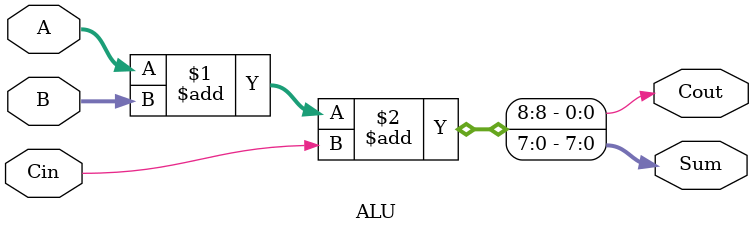
<source format=v>
`timescale 1ns / 1ps
module ALU #(parameter N = 8)(
    input [N-1:0] A, B,
    input Cin,
    output [N-1:0] Sum,
    output Cout
    );

    assign {Cout, Sum} = A + B + Cin; 

endmodule

</source>
